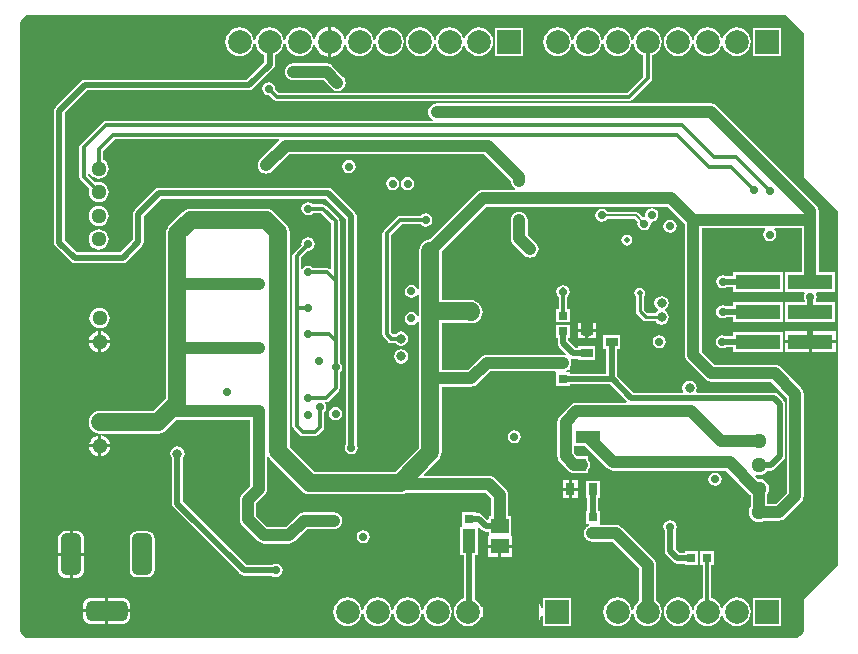
<source format=gbl>
G04 Layer_Physical_Order=4*
G04 Layer_Color=16711680*
%FSLAX24Y24*%
%MOIN*%
G70*
G01*
G75*
%ADD10R,0.0315X0.0295*%
%ADD12R,0.0295X0.0315*%
%ADD13R,0.0433X0.0787*%
%ADD14R,0.0315X0.0315*%
%ADD16R,0.0315X0.0315*%
%ADD17R,0.0787X0.0433*%
%ADD22R,0.1500X0.0500*%
%ADD33C,0.0100*%
%ADD34C,0.0197*%
%ADD35C,0.0394*%
%ADD37C,0.0118*%
%ADD38C,0.0080*%
%ADD39C,0.0512*%
%ADD40R,0.0787X0.0787*%
%ADD41C,0.0787*%
G04:AMPARAMS|DCode=42|XSize=66.9mil|YSize=137.8mil|CornerRadius=16.7mil|HoleSize=0mil|Usage=FLASHONLY|Rotation=180.000|XOffset=0mil|YOffset=0mil|HoleType=Round|Shape=RoundedRectangle|*
%AMROUNDEDRECTD42*
21,1,0.0669,0.1043,0,0,180.0*
21,1,0.0335,0.1378,0,0,180.0*
1,1,0.0335,-0.0167,0.0522*
1,1,0.0335,0.0167,0.0522*
1,1,0.0335,0.0167,-0.0522*
1,1,0.0335,-0.0167,-0.0522*
%
%ADD42ROUNDEDRECTD42*%
G04:AMPARAMS|DCode=43|XSize=66.9mil|YSize=137.8mil|CornerRadius=16.7mil|HoleSize=0mil|Usage=FLASHONLY|Rotation=270.000|XOffset=0mil|YOffset=0mil|HoleType=Round|Shape=RoundedRectangle|*
%AMROUNDEDRECTD43*
21,1,0.0669,0.1043,0,0,270.0*
21,1,0.0335,0.1378,0,0,270.0*
1,1,0.0335,-0.0522,-0.0167*
1,1,0.0335,-0.0522,0.0167*
1,1,0.0335,0.0522,0.0167*
1,1,0.0335,0.0522,-0.0167*
%
%ADD43ROUNDEDRECTD43*%
%ADD44C,0.0315*%
%ADD45C,0.0276*%
%ADD46C,0.0197*%
%ADD47R,0.0591X0.0512*%
%ADD48R,0.0400X0.0300*%
%ADD49R,0.0300X0.0400*%
%ADD50C,0.0591*%
%ADD51R,0.1906X0.1014*%
G36*
X429Y20936D02*
X471Y20936D01*
X25679D01*
X26269Y20346D01*
Y15604D01*
X26279Y15553D01*
X26307Y15511D01*
X27419Y14399D01*
Y2615D01*
X26306Y1503D01*
X26278Y1460D01*
X26268Y1410D01*
Y429D01*
X26240Y362D01*
X26162Y260D01*
X26060Y182D01*
X26027Y168D01*
X577D01*
X569Y168D01*
X520Y170D01*
X494Y171D01*
X445Y175D01*
X445D01*
X407Y179D01*
X375Y187D01*
X350Y195D01*
X350Y195D01*
X315Y202D01*
X234Y256D01*
X180Y337D01*
X162Y429D01*
X163Y436D01*
X164Y445D01*
X164Y452D01*
X163Y456D01*
Y20708D01*
X164Y20708D01*
X164D01*
X164Y20708D01*
X179Y20784D01*
X233Y20865D01*
X314Y20919D01*
X374Y20932D01*
X422Y20936D01*
X429Y20936D01*
D02*
G37*
%LPC*%
G36*
X15436Y20532D02*
X15313Y20515D01*
X15198Y20468D01*
X15099Y20392D01*
X15024Y20293D01*
X14978Y20183D01*
X14966Y20178D01*
X14938D01*
X14926Y20183D01*
X14880Y20293D01*
X14805Y20392D01*
X14706Y20468D01*
X14591Y20515D01*
X14468Y20532D01*
X14344Y20515D01*
X14229Y20468D01*
X14131Y20392D01*
X14055Y20293D01*
X14007Y20178D01*
X14001Y20128D01*
X13950D01*
X13944Y20178D01*
X13896Y20293D01*
X13820Y20392D01*
X13722Y20468D01*
X13607Y20515D01*
X13483Y20532D01*
X13360Y20515D01*
X13245Y20468D01*
X13147Y20392D01*
X13071Y20293D01*
X13023Y20178D01*
X13007Y20055D01*
X13023Y19932D01*
X13071Y19817D01*
X13147Y19718D01*
X13245Y19642D01*
X13360Y19595D01*
X13483Y19579D01*
X13607Y19595D01*
X13722Y19642D01*
X13820Y19718D01*
X13896Y19817D01*
X13944Y19932D01*
X13950Y19982D01*
X14001D01*
X14007Y19932D01*
X14055Y19817D01*
X14131Y19718D01*
X14229Y19642D01*
X14344Y19595D01*
X14468Y19579D01*
X14591Y19595D01*
X14706Y19642D01*
X14805Y19718D01*
X14880Y19817D01*
X14926Y19927D01*
X14938Y19932D01*
X14966D01*
X14978Y19927D01*
X15024Y19817D01*
X15099Y19718D01*
X15198Y19642D01*
X15313Y19595D01*
X15436Y19579D01*
X15560Y19595D01*
X15674Y19642D01*
X15773Y19718D01*
X15849Y19817D01*
X15897Y19932D01*
X15913Y20055D01*
X15897Y20178D01*
X15849Y20293D01*
X15773Y20392D01*
X15674Y20468D01*
X15560Y20515D01*
X15436Y20532D01*
D02*
G37*
G36*
X24036Y20532D02*
X23913Y20515D01*
X23798Y20468D01*
X23699Y20392D01*
X23624Y20293D01*
X23578Y20183D01*
X23565Y20178D01*
X23538D01*
X23526Y20183D01*
X23480Y20293D01*
X23405Y20392D01*
X23306Y20468D01*
X23191Y20515D01*
X23068Y20532D01*
X22944Y20515D01*
X22829Y20468D01*
X22731Y20392D01*
X22655Y20293D01*
X22607Y20178D01*
X22601Y20128D01*
X22550D01*
X22544Y20178D01*
X22496Y20293D01*
X22420Y20392D01*
X22322Y20468D01*
X22207Y20515D01*
X22083Y20532D01*
X21960Y20515D01*
X21845Y20468D01*
X21746Y20392D01*
X21671Y20293D01*
X21623Y20178D01*
X21607Y20055D01*
X21623Y19932D01*
X21671Y19817D01*
X21746Y19718D01*
X21845Y19642D01*
X21960Y19595D01*
X22083Y19578D01*
X22207Y19595D01*
X22322Y19642D01*
X22420Y19718D01*
X22496Y19817D01*
X22544Y19932D01*
X22550Y19982D01*
X22601D01*
X22607Y19932D01*
X22655Y19817D01*
X22731Y19718D01*
X22829Y19642D01*
X22944Y19595D01*
X23068Y19578D01*
X23191Y19595D01*
X23306Y19642D01*
X23405Y19718D01*
X23480Y19817D01*
X23526Y19927D01*
X23538Y19932D01*
X23565D01*
X23578Y19927D01*
X23624Y19817D01*
X23699Y19718D01*
X23798Y19642D01*
X23913Y19595D01*
X24036Y19578D01*
X24160Y19595D01*
X24274Y19642D01*
X24373Y19718D01*
X24449Y19817D01*
X24496Y19932D01*
X24513Y20055D01*
X24496Y20178D01*
X24449Y20293D01*
X24373Y20392D01*
X24274Y20468D01*
X24160Y20515D01*
X24036Y20532D01*
D02*
G37*
G36*
X10418Y20547D02*
X10339Y20536D01*
X10219Y20486D01*
X10116Y20407D01*
X10036Y20304D01*
X9987Y20184D01*
X9982Y20150D01*
X9932D01*
X9928Y20178D01*
X9880Y20293D01*
X9805Y20392D01*
X9706Y20468D01*
X9591Y20515D01*
X9468Y20532D01*
X9344Y20515D01*
X9229Y20468D01*
X9131Y20392D01*
X9055Y20293D01*
X9007Y20178D01*
X8996Y20091D01*
X8993Y20068D01*
X8942D01*
X8940Y20091D01*
X8928Y20178D01*
X8880Y20293D01*
X8805Y20392D01*
X8706Y20468D01*
X8591Y20515D01*
X8468Y20532D01*
X8344Y20515D01*
X8229Y20468D01*
X8131Y20392D01*
X8055Y20293D01*
X8007Y20178D01*
X7996Y20091D01*
X7993Y20068D01*
X7943D01*
X7940Y20091D01*
X7928Y20178D01*
X7880Y20293D01*
X7805Y20392D01*
X7706Y20468D01*
X7591Y20515D01*
X7468Y20532D01*
X7344Y20515D01*
X7229Y20468D01*
X7131Y20392D01*
X7055Y20293D01*
X7007Y20178D01*
X6991Y20055D01*
X7007Y19932D01*
X7055Y19817D01*
X7131Y19718D01*
X7229Y19642D01*
X7344Y19595D01*
X7468Y19579D01*
X7591Y19595D01*
X7706Y19642D01*
X7805Y19718D01*
X7880Y19817D01*
X7928Y19932D01*
X7940Y20020D01*
X7943Y20042D01*
X7993D01*
X7996Y20020D01*
X8007Y19932D01*
X8055Y19817D01*
X8131Y19718D01*
X8229Y19642D01*
X8287Y19619D01*
Y19370D01*
X7711Y18794D01*
X2311D01*
X2242Y18780D01*
X2184Y18741D01*
X1332Y17889D01*
X1293Y17831D01*
X1279Y17761D01*
Y13361D01*
X1293Y13291D01*
X1332Y13233D01*
X1838Y12727D01*
X1897Y12688D01*
X1966Y12674D01*
X3568D01*
X3638Y12688D01*
X3696Y12727D01*
X4223Y13254D01*
X4263Y13313D01*
X4276Y13382D01*
Y14240D01*
X4860Y14823D01*
X10347D01*
X11011Y14159D01*
Y6648D01*
X10988Y6613D01*
X10971Y6529D01*
X10988Y6444D01*
X11036Y6373D01*
X11108Y6325D01*
X11192Y6308D01*
X11277Y6325D01*
X11348Y6373D01*
X11396Y6444D01*
X11413Y6529D01*
X11396Y6613D01*
X11373Y6648D01*
Y14233D01*
X11359Y14303D01*
X11320Y14361D01*
X10549Y15132D01*
X10491Y15171D01*
X10422Y15185D01*
X4785D01*
X4716Y15171D01*
X4657Y15132D01*
X3968Y14442D01*
X3929Y14384D01*
X3915Y14315D01*
Y13457D01*
X3494Y13035D01*
X2041D01*
X1640Y13435D01*
Y17687D01*
X2386Y18432D01*
X7786D01*
X7855Y18446D01*
X7914Y18485D01*
X8595Y19167D01*
X8635Y19226D01*
X8648Y19295D01*
Y19619D01*
X8706Y19642D01*
X8805Y19718D01*
X8880Y19817D01*
X8928Y19932D01*
X8940Y20020D01*
X8942Y20042D01*
X8993D01*
X8996Y20020D01*
X9007Y19932D01*
X9055Y19817D01*
X9131Y19718D01*
X9229Y19642D01*
X9344Y19595D01*
X9468Y19579D01*
X9591Y19595D01*
X9706Y19642D01*
X9805Y19718D01*
X9880Y19817D01*
X9928Y19932D01*
X9932Y19961D01*
X9982D01*
X9987Y19926D01*
X10036Y19806D01*
X10116Y19703D01*
X10219Y19624D01*
X10339Y19574D01*
X10418Y19564D01*
Y20055D01*
Y20547D01*
D02*
G37*
G36*
X21068Y20532D02*
X20944Y20515D01*
X20829Y20468D01*
X20731Y20392D01*
X20655Y20293D01*
X20607Y20178D01*
X20596Y20091D01*
X20593Y20068D01*
X20542D01*
X20540Y20091D01*
X20528Y20178D01*
X20480Y20293D01*
X20405Y20392D01*
X20306Y20468D01*
X20191Y20515D01*
X20068Y20532D01*
X19944Y20515D01*
X19829Y20468D01*
X19731Y20392D01*
X19655Y20293D01*
X19607Y20178D01*
X19596Y20091D01*
X19593Y20068D01*
X19542D01*
X19540Y20091D01*
X19528Y20178D01*
X19480Y20293D01*
X19405Y20392D01*
X19306Y20468D01*
X19191Y20515D01*
X19068Y20532D01*
X18944Y20515D01*
X18829Y20468D01*
X18731Y20392D01*
X18655Y20293D01*
X18607Y20178D01*
X18596Y20091D01*
X18593Y20068D01*
X18542D01*
X18540Y20091D01*
X18528Y20178D01*
X18480Y20293D01*
X18405Y20392D01*
X18306Y20468D01*
X18191Y20515D01*
X18068Y20532D01*
X17944Y20515D01*
X17829Y20468D01*
X17731Y20392D01*
X17655Y20293D01*
X17607Y20178D01*
X17591Y20055D01*
X17607Y19932D01*
X17655Y19817D01*
X17731Y19718D01*
X17829Y19642D01*
X17944Y19595D01*
X18068Y19578D01*
X18191Y19595D01*
X18306Y19642D01*
X18405Y19718D01*
X18480Y19817D01*
X18528Y19932D01*
X18540Y20019D01*
X18542Y20042D01*
X18593D01*
X18596Y20019D01*
X18607Y19932D01*
X18655Y19817D01*
X18731Y19718D01*
X18829Y19642D01*
X18944Y19595D01*
X19068Y19578D01*
X19191Y19595D01*
X19306Y19642D01*
X19405Y19718D01*
X19480Y19817D01*
X19528Y19932D01*
X19540Y20019D01*
X19542Y20042D01*
X19593D01*
X19596Y20019D01*
X19607Y19932D01*
X19655Y19817D01*
X19731Y19718D01*
X19829Y19642D01*
X19944Y19595D01*
X20068Y19578D01*
X20191Y19595D01*
X20306Y19642D01*
X20405Y19718D01*
X20480Y19817D01*
X20528Y19932D01*
X20540Y20019D01*
X20542Y20042D01*
X20593D01*
X20596Y20019D01*
X20607Y19932D01*
X20655Y19817D01*
X20731Y19718D01*
X20829Y19642D01*
X20927Y19602D01*
Y18896D01*
X20380Y18348D01*
X8777D01*
X8652Y18473D01*
X8655Y18491D01*
X8639Y18576D01*
X8591Y18647D01*
X8519Y18695D01*
X8435Y18712D01*
X8350Y18695D01*
X8279Y18647D01*
X8231Y18576D01*
X8214Y18491D01*
X8231Y18407D01*
X8279Y18335D01*
X8350Y18287D01*
X8435Y18271D01*
X8453Y18274D01*
X8619Y18108D01*
X8665Y18078D01*
X8719Y18067D01*
X20438D01*
X20492Y18078D01*
X20537Y18108D01*
X21167Y18738D01*
X21198Y18784D01*
X21208Y18837D01*
Y19602D01*
X21306Y19642D01*
X21405Y19718D01*
X21480Y19817D01*
X21528Y19932D01*
X21544Y20055D01*
X21528Y20178D01*
X21480Y20293D01*
X21405Y20392D01*
X21306Y20468D01*
X21191Y20515D01*
X21068Y20532D01*
D02*
G37*
G36*
X16909Y20528D02*
X15964D01*
Y19583D01*
X16909D01*
Y20528D01*
D02*
G37*
G36*
X25509Y20527D02*
X24564D01*
Y19583D01*
X25509D01*
Y20527D01*
D02*
G37*
G36*
X10518Y20547D02*
Y20055D01*
Y19564D01*
X10597Y19574D01*
X10717Y19624D01*
X10820Y19703D01*
X10899Y19806D01*
X10949Y19926D01*
X10953Y19961D01*
X11004D01*
X11007Y19932D01*
X11055Y19817D01*
X11131Y19718D01*
X11229Y19642D01*
X11344Y19595D01*
X11468Y19579D01*
X11591Y19595D01*
X11706Y19642D01*
X11805Y19718D01*
X11880Y19817D01*
X11928Y19932D01*
X11940Y20020D01*
X11942Y20042D01*
X11993D01*
X11996Y20020D01*
X12007Y19932D01*
X12055Y19817D01*
X12131Y19718D01*
X12229Y19642D01*
X12344Y19595D01*
X12468Y19579D01*
X12591Y19595D01*
X12706Y19642D01*
X12805Y19718D01*
X12880Y19817D01*
X12928Y19932D01*
X12944Y20055D01*
X12928Y20178D01*
X12880Y20293D01*
X12805Y20392D01*
X12706Y20468D01*
X12591Y20515D01*
X12468Y20532D01*
X12344Y20515D01*
X12229Y20468D01*
X12131Y20392D01*
X12055Y20293D01*
X12007Y20178D01*
X11996Y20091D01*
X11993Y20068D01*
X11942D01*
X11940Y20091D01*
X11928Y20178D01*
X11880Y20293D01*
X11805Y20392D01*
X11706Y20468D01*
X11591Y20515D01*
X11468Y20532D01*
X11344Y20515D01*
X11229Y20468D01*
X11131Y20392D01*
X11055Y20293D01*
X11007Y20178D01*
X11004Y20150D01*
X10953D01*
X10949Y20184D01*
X10899Y20304D01*
X10820Y20407D01*
X10717Y20486D01*
X10597Y20536D01*
X10518Y20547D01*
D02*
G37*
G36*
X10366Y19337D02*
X9246D01*
X9174Y19328D01*
X9107Y19300D01*
X9049Y19256D01*
X9005Y19198D01*
X8977Y19131D01*
X8968Y19059D01*
X8977Y18987D01*
X9005Y18920D01*
X9049Y18863D01*
X9107Y18818D01*
X9174Y18791D01*
X9246Y18781D01*
X10250D01*
X10531Y18500D01*
X10589Y18456D01*
X10656Y18428D01*
X10728Y18419D01*
X10800Y18428D01*
X10867Y18456D01*
X10925Y18500D01*
X10969Y18558D01*
X10996Y18625D01*
X11006Y18697D01*
X10996Y18769D01*
X10969Y18836D01*
X10925Y18893D01*
X10562Y19256D01*
X10505Y19300D01*
X10437Y19328D01*
X10366Y19337D01*
D02*
G37*
G36*
X11111Y16117D02*
X11027Y16100D01*
X10955Y16052D01*
X10907Y15981D01*
X10890Y15896D01*
X10907Y15812D01*
X10955Y15740D01*
X11027Y15692D01*
X11111Y15675D01*
X11196Y15692D01*
X11267Y15740D01*
X11315Y15812D01*
X11332Y15896D01*
X11315Y15981D01*
X11267Y16052D01*
X11196Y16100D01*
X11111Y16117D01*
D02*
G37*
G36*
X13065Y15549D02*
X12980Y15532D01*
X12909Y15484D01*
X12861Y15413D01*
X12844Y15328D01*
X12861Y15244D01*
X12909Y15172D01*
X12980Y15124D01*
X13065Y15108D01*
X13149Y15124D01*
X13221Y15172D01*
X13269Y15244D01*
X13286Y15328D01*
X13269Y15413D01*
X13221Y15484D01*
X13149Y15532D01*
X13065Y15549D01*
D02*
G37*
G36*
X12571D02*
X12486Y15532D01*
X12415Y15484D01*
X12367Y15413D01*
X12350Y15328D01*
X12367Y15244D01*
X12415Y15172D01*
X12486Y15124D01*
X12571Y15108D01*
X12655Y15124D01*
X12727Y15172D01*
X12775Y15244D01*
X12792Y15328D01*
X12775Y15413D01*
X12727Y15484D01*
X12655Y15532D01*
X12571Y15549D01*
D02*
G37*
G36*
X2768Y14593D02*
X2681Y14582D01*
X2600Y14548D01*
X2530Y14495D01*
X2476Y14425D01*
X2442Y14343D01*
X2431Y14256D01*
X2442Y14169D01*
X2476Y14087D01*
X2530Y14017D01*
X2600Y13964D01*
X2681Y13930D01*
X2768Y13918D01*
X2856Y13930D01*
X2937Y13964D01*
X3007Y14017D01*
X3061Y14087D01*
X3094Y14169D01*
X3106Y14256D01*
X3094Y14343D01*
X3061Y14425D01*
X3007Y14495D01*
X2937Y14548D01*
X2856Y14582D01*
X2768Y14593D01*
D02*
G37*
G36*
X13666Y14333D02*
X13581Y14316D01*
X13510Y14268D01*
X13499Y14252D01*
X12814D01*
X12760Y14242D01*
X12715Y14211D01*
X12269Y13765D01*
X12238Y13720D01*
X12228Y13666D01*
Y10300D01*
X12238Y10246D01*
X12269Y10201D01*
X12408Y10062D01*
X12453Y10031D01*
X12507Y10021D01*
X12665D01*
X12684Y9991D01*
X12763Y9939D01*
X12855Y9920D01*
X12947Y9939D01*
X13025Y9991D01*
X13077Y10069D01*
X13096Y10161D01*
X13077Y10253D01*
X13025Y10331D01*
X12947Y10384D01*
X12855Y10402D01*
X12763Y10384D01*
X12684Y10331D01*
X12665Y10302D01*
X12565D01*
X12509Y10358D01*
Y13608D01*
X12872Y13971D01*
X13499D01*
X13510Y13956D01*
X13581Y13908D01*
X13666Y13891D01*
X13750Y13908D01*
X13822Y13956D01*
X13870Y14027D01*
X13887Y14112D01*
X13870Y14196D01*
X13822Y14268D01*
X13750Y14316D01*
X13666Y14333D01*
D02*
G37*
G36*
X2768Y13806D02*
X2681Y13795D01*
X2600Y13761D01*
X2530Y13707D01*
X2476Y13637D01*
X2442Y13556D01*
X2431Y13469D01*
X2442Y13381D01*
X2476Y13300D01*
X2530Y13230D01*
X2600Y13176D01*
X2681Y13142D01*
X2768Y13131D01*
X2856Y13142D01*
X2937Y13176D01*
X3007Y13230D01*
X3061Y13300D01*
X3094Y13381D01*
X3106Y13469D01*
X3094Y13556D01*
X3061Y13637D01*
X3007Y13707D01*
X2937Y13761D01*
X2856Y13795D01*
X2768Y13806D01*
D02*
G37*
G36*
X9750Y14715D02*
X9665Y14698D01*
X9593Y14650D01*
X9546Y14579D01*
X9529Y14494D01*
X9546Y14410D01*
X9593Y14338D01*
X9665Y14290D01*
X9750Y14273D01*
X9834Y14290D01*
X9906Y14338D01*
X9916Y14354D01*
X10184D01*
X10524Y14013D01*
Y12486D01*
X10518Y12483D01*
X10474Y12471D01*
X10434Y12498D01*
X10381Y12509D01*
X9916D01*
X9906Y12524D01*
X9834Y12572D01*
X9750Y12589D01*
X9665Y12572D01*
X9593Y12524D01*
X9558Y12471D01*
X9508Y12486D01*
Y12873D01*
X9731Y13096D01*
X9750Y13092D01*
X9834Y13109D01*
X9906Y13157D01*
X9954Y13229D01*
X9970Y13313D01*
X9954Y13397D01*
X9906Y13469D01*
X9834Y13517D01*
X9750Y13534D01*
X9665Y13517D01*
X9593Y13469D01*
X9546Y13397D01*
X9529Y13313D01*
X9532Y13295D01*
X9268Y13030D01*
X9238Y12984D01*
X9227Y12931D01*
Y11192D01*
Y7259D01*
X9238Y7205D01*
X9268Y7159D01*
X9471Y6957D01*
X9516Y6926D01*
X9570Y6915D01*
X9976D01*
X10029Y6926D01*
X10075Y6957D01*
X10237Y7119D01*
X10268Y7164D01*
X10278Y7218D01*
Y7700D01*
X10294Y7711D01*
X10342Y7782D01*
X10359Y7867D01*
X10342Y7951D01*
X10306Y8004D01*
X10330Y8054D01*
X10344D01*
X10398Y8065D01*
X10443Y8096D01*
X10764Y8416D01*
X10794Y8462D01*
X10805Y8515D01*
Y9038D01*
X10821Y9049D01*
X10869Y9120D01*
X10885Y9205D01*
X10869Y9289D01*
X10821Y9361D01*
X10805Y9371D01*
Y10098D01*
Y12084D01*
Y14072D01*
X10794Y14125D01*
X10764Y14171D01*
X10341Y14593D01*
X10296Y14624D01*
X10242Y14635D01*
X9916D01*
X9906Y14650D01*
X9834Y14698D01*
X9750Y14715D01*
D02*
G37*
G36*
X25565Y12384D02*
X23907D01*
Y12236D01*
X23691D01*
X23656Y12259D01*
X23572Y12276D01*
X23487Y12259D01*
X23415Y12211D01*
X23368Y12139D01*
X23351Y12055D01*
X23368Y11971D01*
X23415Y11899D01*
X23487Y11851D01*
X23572Y11834D01*
X23656Y11851D01*
X23691Y11874D01*
X23907D01*
Y11726D01*
X25565D01*
Y12384D01*
D02*
G37*
G36*
X23195Y17999D02*
X14031D01*
X13959Y17989D01*
X13892Y17962D01*
X13834Y17917D01*
X13790Y17860D01*
X13762Y17793D01*
X13753Y17721D01*
X13762Y17649D01*
X13790Y17582D01*
X13834Y17524D01*
X13892Y17480D01*
X13928Y17465D01*
X13918Y17415D01*
X3001D01*
X2947Y17405D01*
X2901Y17374D01*
X2172Y16644D01*
X2141Y16599D01*
X2130Y16545D01*
Y15541D01*
X2141Y15487D01*
X2172Y15441D01*
X2454Y15159D01*
X2442Y15131D01*
X2431Y15043D01*
X2442Y14956D01*
X2476Y14875D01*
X2530Y14805D01*
X2600Y14751D01*
X2681Y14717D01*
X2768Y14706D01*
X2856Y14717D01*
X2937Y14751D01*
X3007Y14805D01*
X3061Y14875D01*
X3094Y14956D01*
X3106Y15043D01*
X3094Y15131D01*
X3061Y15212D01*
X3007Y15282D01*
X2937Y15336D01*
X2856Y15369D01*
X2768Y15381D01*
X2681Y15369D01*
X2653Y15358D01*
X2411Y15599D01*
Y15687D01*
X2461Y15697D01*
X2476Y15662D01*
X2530Y15592D01*
X2600Y15538D01*
X2681Y15505D01*
X2768Y15493D01*
X2856Y15505D01*
X2937Y15538D01*
X3007Y15592D01*
X3061Y15662D01*
X3094Y15743D01*
X3106Y15831D01*
X3094Y15918D01*
X3061Y15999D01*
X3007Y16069D01*
X2937Y16123D01*
X2909Y16135D01*
Y16416D01*
X3305Y16813D01*
X8766D01*
X8786Y16763D01*
X8157Y16133D01*
X8113Y16076D01*
X8085Y16009D01*
X8076Y15937D01*
X8085Y15865D01*
X8113Y15798D01*
X8157Y15740D01*
X8215Y15696D01*
X8282Y15668D01*
X8354Y15659D01*
X8425Y15668D01*
X8493Y15696D01*
X8550Y15740D01*
X9118Y16307D01*
X15629D01*
X16510Y15426D01*
Y15409D01*
X16520Y15338D01*
X16547Y15270D01*
X16592Y15213D01*
X16648Y15170D01*
X16648Y15166D01*
X16637Y15120D01*
X15572D01*
X15500Y15110D01*
X15433Y15082D01*
X15375Y15038D01*
X13810Y13473D01*
X13730Y13462D01*
X13639Y13425D01*
X13561Y13365D01*
X13501Y13287D01*
X13464Y13196D01*
X13451Y13098D01*
Y11812D01*
X13401Y11807D01*
X13398Y11820D01*
X13350Y11892D01*
X13279Y11940D01*
X13194Y11957D01*
X13110Y11940D01*
X13038Y11892D01*
X12990Y11820D01*
X12973Y11736D01*
X12990Y11651D01*
X13038Y11580D01*
X13110Y11532D01*
X13194Y11515D01*
X13279Y11532D01*
X13350Y11580D01*
X13398Y11651D01*
X13401Y11665D01*
X13451Y11660D01*
Y11070D01*
Y10911D01*
X13401Y10906D01*
X13398Y10919D01*
X13350Y10991D01*
X13279Y11039D01*
X13194Y11056D01*
X13110Y11039D01*
X13038Y10991D01*
X12990Y10919D01*
X12973Y10835D01*
X12990Y10750D01*
X13038Y10679D01*
X13110Y10631D01*
X13194Y10614D01*
X13279Y10631D01*
X13350Y10679D01*
X13398Y10750D01*
X13401Y10763D01*
X13451Y10758D01*
Y8862D01*
X13454Y8836D01*
X13451Y8811D01*
Y6523D01*
X12658Y5730D01*
X9970D01*
X9136Y6563D01*
Y13706D01*
X9123Y13804D01*
X9086Y13895D01*
X9026Y13973D01*
X8611Y14388D01*
X8533Y14448D01*
X8442Y14485D01*
X8344Y14498D01*
X5849D01*
X5751Y14485D01*
X5660Y14448D01*
X5582Y14388D01*
X5127Y13932D01*
X5067Y13854D01*
X5029Y13763D01*
X5016Y13666D01*
Y8169D01*
X4597Y7749D01*
X2809D01*
X2711Y7736D01*
X2620Y7699D01*
X2542Y7639D01*
X2482Y7561D01*
X2444Y7470D01*
X2432Y7372D01*
X2444Y7274D01*
X2482Y7183D01*
X2542Y7105D01*
X2620Y7045D01*
X2711Y7008D01*
X2809Y6995D01*
X4753D01*
X4850Y7008D01*
X4941Y7045D01*
X5020Y7105D01*
X5376Y7461D01*
X7823D01*
Y5263D01*
X7549Y4988D01*
X7505Y4931D01*
X7477Y4864D01*
X7467Y4792D01*
Y4136D01*
X7477Y4064D01*
X7505Y3997D01*
X7549Y3940D01*
X8076Y3413D01*
X8133Y3368D01*
X8201Y3341D01*
X8272Y3331D01*
X9124D01*
X9196Y3341D01*
X9263Y3368D01*
X9321Y3413D01*
X9726Y3818D01*
X10613D01*
X10685Y3827D01*
X10752Y3855D01*
X10809Y3899D01*
X10854Y3957D01*
X10881Y4024D01*
X10891Y4096D01*
X10881Y4168D01*
X10854Y4235D01*
X10809Y4292D01*
X10752Y4336D01*
X10685Y4364D01*
X10613Y4374D01*
X9611D01*
X9539Y4364D01*
X9472Y4336D01*
X9414Y4292D01*
X9009Y3887D01*
X8388D01*
X8023Y4251D01*
Y4677D01*
X8298Y4951D01*
X8342Y5009D01*
X8370Y5076D01*
X8379Y5148D01*
Y6216D01*
X8429Y6226D01*
X8432Y6218D01*
X8492Y6140D01*
X9547Y5086D01*
X9625Y5026D01*
X9716Y4988D01*
X9813Y4976D01*
X12814D01*
X12912Y4988D01*
X12998Y5024D01*
X15669D01*
X15861Y4832D01*
Y4238D01*
X15765D01*
Y4147D01*
X15715Y4126D01*
X15560Y4282D01*
X15501Y4321D01*
X15432Y4335D01*
X15362D01*
Y4391D01*
X14889D01*
Y3929D01*
X14889Y3918D01*
X14864Y3879D01*
X14830D01*
Y2934D01*
X14945D01*
Y1509D01*
X14845Y1468D01*
X14746Y1392D01*
X14671Y1293D01*
X14623Y1178D01*
X14607Y1055D01*
X14623Y932D01*
X14671Y817D01*
X14746Y718D01*
X14845Y642D01*
X14960Y595D01*
X15083Y578D01*
X15207Y595D01*
X15322Y642D01*
X15420Y718D01*
X15496Y817D01*
X15538Y918D01*
X15560Y922D01*
X15590Y918D01*
X15636Y806D01*
X15716Y703D01*
X15819Y624D01*
X15939Y574D01*
X16018Y564D01*
Y1055D01*
Y1546D01*
X15939Y1536D01*
X15819Y1486D01*
X15716Y1407D01*
X15636Y1304D01*
X15590Y1192D01*
X15560Y1188D01*
X15538Y1192D01*
X15496Y1293D01*
X15420Y1392D01*
X15322Y1468D01*
X15306Y1474D01*
Y2934D01*
X15421D01*
Y3839D01*
X15471Y3860D01*
X15555Y3775D01*
X15614Y3736D01*
X15683Y3722D01*
X15765D01*
Y3590D01*
X15744D01*
Y3284D01*
X16139D01*
X16535D01*
Y3590D01*
X16513D01*
Y4238D01*
X16417D01*
Y4947D01*
X16408Y5019D01*
X16380Y5086D01*
X16336Y5144D01*
X15981Y5499D01*
X15924Y5543D01*
X15857Y5570D01*
X15785Y5580D01*
X13640D01*
X13621Y5626D01*
X14095Y6100D01*
X14155Y6178D01*
X14192Y6269D01*
X14205Y6367D01*
Y8558D01*
X15190D01*
X15262Y8568D01*
X15329Y8596D01*
X15386Y8640D01*
X15818Y9071D01*
X17973D01*
X18012Y9044D01*
Y8591D01*
X18484D01*
Y8637D01*
X19818D01*
X20382Y8073D01*
X20361Y8023D01*
X18694D01*
X18622Y8014D01*
X18555Y7986D01*
X18498Y7942D01*
X18139Y7583D01*
X18095Y7526D01*
X18067Y7459D01*
X18058Y7387D01*
Y6883D01*
Y6238D01*
X18067Y6167D01*
X18095Y6099D01*
X18139Y6042D01*
X18419Y5762D01*
X18476Y5718D01*
X18543Y5690D01*
X18615Y5681D01*
X18639D01*
Y5680D01*
X19096D01*
Y5804D01*
X19108Y5820D01*
X19136Y5887D01*
X19146Y5959D01*
X19136Y6031D01*
X19108Y6098D01*
X19096Y6113D01*
Y6238D01*
X18729D01*
X18614Y6354D01*
Y6587D01*
X18986D01*
X19727Y5846D01*
X19785Y5801D01*
X19852Y5774D01*
X19924Y5764D01*
X23688D01*
X24491Y4962D01*
X24499Y4955D01*
Y4558D01*
X24485Y4540D01*
X24451Y4458D01*
X24439Y4371D01*
X24451Y4283D01*
X24485Y4202D01*
X24538Y4132D01*
X24608Y4078D01*
X24690Y4045D01*
X24777Y4033D01*
X24864Y4045D01*
X24946Y4078D01*
X24964Y4093D01*
X25457D01*
X25529Y4102D01*
X25596Y4130D01*
X25654Y4174D01*
X26190Y4710D01*
X26234Y4768D01*
X26262Y4835D01*
X26271Y4907D01*
Y8313D01*
X26262Y8385D01*
X26234Y8452D01*
X26190Y8510D01*
X25500Y9199D01*
X25443Y9243D01*
X25376Y9271D01*
X25304Y9280D01*
X23310D01*
X22865Y9726D01*
Y13834D01*
X24974D01*
X24989Y13784D01*
X24986Y13781D01*
X24938Y13710D01*
X24921Y13625D01*
X24938Y13541D01*
X24986Y13469D01*
X25057Y13421D01*
X25142Y13404D01*
X25226Y13421D01*
X25298Y13469D01*
X25346Y13541D01*
X25363Y13625D01*
X25346Y13710D01*
X25298Y13781D01*
X25294Y13784D01*
X25309Y13834D01*
X26208D01*
Y12384D01*
X25657D01*
Y11726D01*
X26280D01*
X26307Y11676D01*
X26287Y11646D01*
X26270Y11562D01*
X26287Y11477D01*
X26305Y11449D01*
Y11384D01*
X25657D01*
Y10726D01*
X27315D01*
Y11384D01*
X26666D01*
Y11435D01*
X26695Y11477D01*
X26711Y11562D01*
X26695Y11646D01*
X26674Y11676D01*
X26701Y11726D01*
X27315D01*
Y12384D01*
X26764D01*
Y14430D01*
X26754Y14502D01*
X26727Y14569D01*
X26682Y14627D01*
X23392Y17917D01*
X23334Y17962D01*
X23267Y17989D01*
X23195Y17999D01*
D02*
G37*
G36*
X25565Y11384D02*
X23907D01*
Y11236D01*
X23686D01*
X23651Y11259D01*
X23567Y11276D01*
X23482Y11259D01*
X23411Y11211D01*
X23363Y11139D01*
X23346Y11055D01*
X23363Y10971D01*
X23411Y10899D01*
X23482Y10851D01*
X23567Y10834D01*
X23651Y10851D01*
X23686Y10874D01*
X23907D01*
Y10726D01*
X25565D01*
Y11384D01*
D02*
G37*
G36*
X2799Y11179D02*
X2712Y11167D01*
X2631Y11134D01*
X2561Y11080D01*
X2507Y11010D01*
X2473Y10929D01*
X2462Y10841D01*
X2473Y10754D01*
X2507Y10673D01*
X2561Y10603D01*
X2631Y10549D01*
X2712Y10515D01*
X2799Y10504D01*
X2887Y10515D01*
X2968Y10549D01*
X3038Y10603D01*
X3092Y10673D01*
X3126Y10754D01*
X3137Y10841D01*
X3126Y10929D01*
X3092Y11010D01*
X3038Y11080D01*
X2968Y11134D01*
X2887Y11167D01*
X2799Y11179D01*
D02*
G37*
G36*
X25565Y10384D02*
X23907D01*
Y10237D01*
X23680D01*
X23645Y10261D01*
X23560Y10277D01*
X23476Y10261D01*
X23404Y10213D01*
X23356Y10141D01*
X23339Y10057D01*
X23356Y9972D01*
X23404Y9901D01*
X23476Y9853D01*
X23560Y9836D01*
X23645Y9853D01*
X23680Y9876D01*
X23907D01*
Y9726D01*
X25565D01*
Y10384D01*
D02*
G37*
G36*
X27336Y10405D02*
X26536D01*
Y10105D01*
X27336D01*
Y10405D01*
D02*
G37*
G36*
X26436D02*
X25636D01*
Y10105D01*
X26436D01*
Y10405D01*
D02*
G37*
G36*
X2849Y10406D02*
Y10104D01*
X3152D01*
X3146Y10147D01*
X3110Y10234D01*
X3053Y10308D01*
X2979Y10365D01*
X2892Y10401D01*
X2849Y10406D01*
D02*
G37*
G36*
X2749Y10406D02*
X2707Y10401D01*
X2620Y10365D01*
X2546Y10308D01*
X2489Y10234D01*
X2453Y10147D01*
X2447Y10104D01*
X2749D01*
Y10406D01*
D02*
G37*
G36*
X27336Y10005D02*
X26536D01*
Y9705D01*
X27336D01*
Y10005D01*
D02*
G37*
G36*
X26436D02*
X25636D01*
Y9705D01*
X26436D01*
Y10005D01*
D02*
G37*
G36*
X3152Y10004D02*
X2849D01*
Y9702D01*
X2892Y9707D01*
X2979Y9743D01*
X3053Y9800D01*
X3110Y9875D01*
X3146Y9961D01*
X3152Y10004D01*
D02*
G37*
G36*
X2749D02*
X2447D01*
X2453Y9961D01*
X2489Y9875D01*
X2546Y9800D01*
X2620Y9743D01*
X2707Y9707D01*
X2749Y9702D01*
Y10004D01*
D02*
G37*
G36*
X12855Y9811D02*
X12763Y9793D01*
X12684Y9740D01*
X12632Y9662D01*
X12614Y9570D01*
X12632Y9478D01*
X12684Y9400D01*
X12763Y9348D01*
X12855Y9329D01*
X12947Y9348D01*
X13025Y9400D01*
X13077Y9478D01*
X13096Y9570D01*
X13077Y9662D01*
X13025Y9740D01*
X12947Y9793D01*
X12855Y9811D01*
D02*
G37*
G36*
X10665Y7885D02*
X10580Y7868D01*
X10508Y7820D01*
X10461Y7749D01*
X10444Y7664D01*
X10461Y7580D01*
X10508Y7508D01*
X10580Y7460D01*
X10665Y7443D01*
X10749Y7460D01*
X10821Y7508D01*
X10869Y7580D01*
X10885Y7664D01*
X10869Y7749D01*
X10821Y7820D01*
X10749Y7868D01*
X10665Y7885D01*
D02*
G37*
G36*
X16626Y7114D02*
X16542Y7098D01*
X16470Y7050D01*
X16422Y6978D01*
X16405Y6894D01*
X16422Y6809D01*
X16470Y6738D01*
X16542Y6690D01*
X16626Y6673D01*
X16710Y6690D01*
X16782Y6738D01*
X16830Y6809D01*
X16847Y6894D01*
X16830Y6978D01*
X16782Y7050D01*
X16710Y7098D01*
X16626Y7114D01*
D02*
G37*
G36*
X2859Y6937D02*
Y6635D01*
X3161D01*
X3156Y6678D01*
X3120Y6764D01*
X3063Y6838D01*
X2988Y6895D01*
X2902Y6931D01*
X2859Y6937D01*
D02*
G37*
G36*
X2759Y6937D02*
X2716Y6931D01*
X2629Y6895D01*
X2555Y6838D01*
X2498Y6764D01*
X2462Y6678D01*
X2456Y6635D01*
X2759D01*
Y6937D01*
D02*
G37*
G36*
Y6535D02*
X2456D01*
X2462Y6492D01*
X2498Y6405D01*
X2555Y6331D01*
X2629Y6274D01*
X2716Y6238D01*
X2759Y6232D01*
Y6535D01*
D02*
G37*
G36*
X3161D02*
X2859D01*
Y6232D01*
X2902Y6238D01*
X2988Y6274D01*
X3063Y6331D01*
X3120Y6405D01*
X3156Y6492D01*
X3161Y6535D01*
D02*
G37*
G36*
X23317Y5695D02*
X23232Y5678D01*
X23161Y5631D01*
X23113Y5559D01*
X23096Y5474D01*
X23113Y5390D01*
X23161Y5318D01*
X23232Y5270D01*
X23317Y5254D01*
X23401Y5270D01*
X23473Y5318D01*
X23521Y5390D01*
X23538Y5474D01*
X23521Y5559D01*
X23473Y5631D01*
X23401Y5678D01*
X23317Y5695D01*
D02*
G37*
G36*
X18744Y5432D02*
X18544D01*
Y5182D01*
X18744D01*
Y5432D01*
D02*
G37*
G36*
X18444D02*
X18244D01*
Y5182D01*
X18444D01*
Y5432D01*
D02*
G37*
G36*
X18744Y5082D02*
X18544D01*
Y4832D01*
X18744D01*
Y5082D01*
D02*
G37*
G36*
X18444D02*
X18244D01*
Y4832D01*
X18444D01*
Y5082D01*
D02*
G37*
G36*
X11585Y3779D02*
X11500Y3762D01*
X11428Y3714D01*
X11381Y3642D01*
X11364Y3558D01*
X11381Y3473D01*
X11428Y3402D01*
X11500Y3354D01*
X11585Y3337D01*
X11669Y3354D01*
X11741Y3402D01*
X11789Y3473D01*
X11805Y3558D01*
X11789Y3642D01*
X11741Y3714D01*
X11669Y3762D01*
X11585Y3779D01*
D02*
G37*
G36*
X2025Y3764D02*
X1907D01*
Y3022D01*
X2294D01*
Y3494D01*
X2285Y3564D01*
X2258Y3629D01*
X2215Y3685D01*
X2159Y3728D01*
X2094Y3755D01*
X2025Y3764D01*
D02*
G37*
G36*
X1807D02*
X1690D01*
X1620Y3755D01*
X1555Y3728D01*
X1499Y3685D01*
X1456Y3629D01*
X1429Y3564D01*
X1420Y3494D01*
Y3022D01*
X1807D01*
Y3764D01*
D02*
G37*
G36*
X16535Y3184D02*
X16189D01*
Y2878D01*
X16535D01*
Y3184D01*
D02*
G37*
G36*
X16089D02*
X15744D01*
Y2878D01*
X16089D01*
Y3184D01*
D02*
G37*
G36*
X21817Y4114D02*
X21732Y4097D01*
X21660Y4049D01*
X21613Y3977D01*
X21596Y3893D01*
X21613Y3808D01*
X21636Y3774D01*
Y3082D01*
X21650Y3013D01*
X21689Y2954D01*
X21932Y2711D01*
X21991Y2672D01*
X22060Y2658D01*
X22298D01*
Y2602D01*
X22750D01*
Y3075D01*
X22298D01*
Y3019D01*
X22135D01*
X21997Y3157D01*
Y3774D01*
X22021Y3808D01*
X22037Y3893D01*
X22021Y3977D01*
X21973Y4049D01*
X21901Y4097D01*
X21817Y4114D01*
D02*
G37*
G36*
X5393Y6567D02*
X5301Y6549D01*
X5223Y6496D01*
X5171Y6418D01*
X5152Y6326D01*
X5171Y6234D01*
X5213Y6171D01*
Y4663D01*
X5226Y4594D01*
X5266Y4536D01*
X7496Y2305D01*
X7554Y2266D01*
X7624Y2252D01*
X8559D01*
X8593Y2229D01*
X8678Y2212D01*
X8762Y2229D01*
X8834Y2277D01*
X8882Y2349D01*
X8899Y2433D01*
X8882Y2518D01*
X8834Y2589D01*
X8762Y2637D01*
X8678Y2654D01*
X8593Y2637D01*
X8559Y2614D01*
X7698D01*
X5574Y4738D01*
Y6171D01*
X5616Y6234D01*
X5634Y6326D01*
X5616Y6418D01*
X5564Y6496D01*
X5485Y6549D01*
X5393Y6567D01*
D02*
G37*
G36*
X4387Y3745D02*
X4052D01*
X3956Y3726D01*
X3875Y3672D01*
X3820Y3590D01*
X3801Y3494D01*
Y2451D01*
X3820Y2355D01*
X3875Y2273D01*
X3956Y2219D01*
X4052Y2200D01*
X4387D01*
X4483Y2219D01*
X4564Y2273D01*
X4619Y2355D01*
X4638Y2451D01*
Y3494D01*
X4619Y3590D01*
X4564Y3672D01*
X4483Y3726D01*
X4387Y3745D01*
D02*
G37*
G36*
X2294Y2922D02*
X1907D01*
Y2181D01*
X2025D01*
X2094Y2190D01*
X2159Y2217D01*
X2215Y2260D01*
X2258Y2316D01*
X2285Y2381D01*
X2294Y2451D01*
Y2922D01*
D02*
G37*
G36*
X1807D02*
X1420D01*
Y2451D01*
X1429Y2381D01*
X1456Y2316D01*
X1499Y2260D01*
X1555Y2217D01*
X1620Y2190D01*
X1690Y2181D01*
X1807D01*
Y2922D01*
D02*
G37*
G36*
X3560Y1520D02*
X3088D01*
Y1133D01*
X3830D01*
Y1250D01*
X3820Y1320D01*
X3794Y1385D01*
X3751Y1441D01*
X3695Y1484D01*
X3630Y1510D01*
X3560Y1520D01*
D02*
G37*
G36*
X2988D02*
X2517D01*
X2447Y1510D01*
X2382Y1484D01*
X2326Y1441D01*
X2283Y1385D01*
X2256Y1320D01*
X2247Y1250D01*
Y1133D01*
X2988D01*
Y1520D01*
D02*
G37*
G36*
X23282Y3075D02*
X22829D01*
Y2602D01*
X22915D01*
Y1503D01*
X22829Y1468D01*
X22731Y1392D01*
X22655Y1293D01*
X22607Y1178D01*
X22601Y1128D01*
X22550D01*
X22544Y1178D01*
X22496Y1293D01*
X22420Y1392D01*
X22322Y1468D01*
X22207Y1515D01*
X22083Y1532D01*
X21960Y1515D01*
X21845Y1468D01*
X21746Y1392D01*
X21671Y1293D01*
X21623Y1178D01*
X21607Y1055D01*
X21623Y932D01*
X21671Y817D01*
X21746Y718D01*
X21845Y642D01*
X21960Y595D01*
X22083Y578D01*
X22207Y595D01*
X22322Y642D01*
X22420Y718D01*
X22496Y817D01*
X22544Y932D01*
X22550Y982D01*
X22601D01*
X22607Y932D01*
X22655Y817D01*
X22731Y718D01*
X22829Y642D01*
X22944Y595D01*
X23068Y578D01*
X23191Y595D01*
X23306Y642D01*
X23405Y718D01*
X23480Y817D01*
X23526Y927D01*
X23538Y932D01*
X23565D01*
X23578Y927D01*
X23624Y817D01*
X23699Y718D01*
X23798Y642D01*
X23913Y595D01*
X24036Y578D01*
X24160Y595D01*
X24274Y642D01*
X24373Y718D01*
X24449Y817D01*
X24496Y932D01*
X24513Y1055D01*
X24496Y1178D01*
X24449Y1293D01*
X24373Y1392D01*
X24274Y1468D01*
X24160Y1515D01*
X24036Y1532D01*
X23913Y1515D01*
X23798Y1468D01*
X23699Y1392D01*
X23624Y1293D01*
X23578Y1183D01*
X23565Y1178D01*
X23538D01*
X23526Y1183D01*
X23480Y1293D01*
X23405Y1392D01*
X23306Y1468D01*
X23196Y1513D01*
Y2602D01*
X23282D01*
Y3075D01*
D02*
G37*
G36*
X19470Y5411D02*
X19013D01*
Y4853D01*
X19061D01*
Y4429D01*
X19002D01*
Y3976D01*
X19116D01*
X19126Y3926D01*
X19086Y3910D01*
X19070Y3898D01*
X19002D01*
Y3831D01*
X18984Y3808D01*
X18956Y3741D01*
X18947Y3669D01*
X18956Y3597D01*
X18984Y3530D01*
X19002Y3506D01*
Y3445D01*
X19064D01*
X19086Y3428D01*
X19153Y3400D01*
X19225Y3391D01*
X19898D01*
X20790Y2499D01*
Y1437D01*
X20731Y1392D01*
X20655Y1293D01*
X20607Y1178D01*
X20596Y1091D01*
X20593Y1068D01*
X20542D01*
X20540Y1091D01*
X20528Y1178D01*
X20480Y1293D01*
X20405Y1392D01*
X20306Y1468D01*
X20191Y1515D01*
X20068Y1532D01*
X19944Y1515D01*
X19829Y1468D01*
X19731Y1392D01*
X19655Y1293D01*
X19607Y1178D01*
X19591Y1055D01*
X19607Y932D01*
X19655Y817D01*
X19731Y718D01*
X19829Y642D01*
X19944Y595D01*
X20068Y578D01*
X20191Y595D01*
X20306Y642D01*
X20405Y718D01*
X20480Y817D01*
X20528Y932D01*
X20540Y1019D01*
X20542Y1042D01*
X20593D01*
X20596Y1019D01*
X20607Y932D01*
X20655Y817D01*
X20731Y718D01*
X20829Y642D01*
X20944Y595D01*
X21068Y578D01*
X21191Y595D01*
X21306Y642D01*
X21405Y718D01*
X21480Y817D01*
X21528Y932D01*
X21544Y1055D01*
X21528Y1178D01*
X21480Y1293D01*
X21405Y1392D01*
X21346Y1437D01*
Y2614D01*
X21336Y2686D01*
X21308Y2753D01*
X21264Y2811D01*
X20210Y3865D01*
X20152Y3910D01*
X20085Y3937D01*
X20013Y3947D01*
X19512D01*
X19475Y3976D01*
X19475Y3997D01*
Y4429D01*
X19422D01*
Y4853D01*
X19470D01*
Y5411D01*
D02*
G37*
G36*
X14068Y1532D02*
X13944Y1515D01*
X13829Y1468D01*
X13731Y1392D01*
X13655Y1293D01*
X13607Y1178D01*
X13596Y1091D01*
X13593Y1068D01*
X13542D01*
X13540Y1091D01*
X13528Y1178D01*
X13480Y1293D01*
X13405Y1392D01*
X13306Y1468D01*
X13191Y1515D01*
X13068Y1532D01*
X12944Y1515D01*
X12829Y1468D01*
X12731Y1392D01*
X12655Y1293D01*
X12607Y1178D01*
X12596Y1091D01*
X12593Y1068D01*
X12542D01*
X12540Y1091D01*
X12528Y1178D01*
X12480Y1293D01*
X12405Y1392D01*
X12306Y1468D01*
X12191Y1515D01*
X12068Y1532D01*
X11944Y1515D01*
X11829Y1468D01*
X11731Y1392D01*
X11655Y1293D01*
X11607Y1178D01*
X11596Y1091D01*
X11593Y1068D01*
X11542D01*
X11540Y1091D01*
X11528Y1178D01*
X11480Y1293D01*
X11405Y1392D01*
X11306Y1468D01*
X11191Y1515D01*
X11068Y1532D01*
X10944Y1515D01*
X10829Y1468D01*
X10731Y1392D01*
X10655Y1293D01*
X10607Y1178D01*
X10591Y1055D01*
X10607Y932D01*
X10655Y817D01*
X10731Y718D01*
X10829Y642D01*
X10944Y595D01*
X11068Y578D01*
X11191Y595D01*
X11306Y642D01*
X11405Y718D01*
X11480Y817D01*
X11528Y932D01*
X11540Y1019D01*
X11542Y1042D01*
X11593D01*
X11596Y1019D01*
X11607Y932D01*
X11655Y817D01*
X11731Y718D01*
X11829Y642D01*
X11944Y595D01*
X12068Y578D01*
X12191Y595D01*
X12306Y642D01*
X12405Y718D01*
X12480Y817D01*
X12528Y932D01*
X12540Y1019D01*
X12542Y1042D01*
X12593D01*
X12596Y1019D01*
X12607Y932D01*
X12655Y817D01*
X12731Y718D01*
X12829Y642D01*
X12944Y595D01*
X13068Y578D01*
X13191Y595D01*
X13306Y642D01*
X13405Y718D01*
X13480Y817D01*
X13528Y932D01*
X13540Y1019D01*
X13542Y1042D01*
X13593D01*
X13596Y1019D01*
X13607Y932D01*
X13655Y817D01*
X13731Y718D01*
X13829Y642D01*
X13944Y595D01*
X14068Y578D01*
X14191Y595D01*
X14306Y642D01*
X14405Y718D01*
X14480Y817D01*
X14528Y932D01*
X14544Y1055D01*
X14528Y1178D01*
X14480Y1293D01*
X14405Y1392D01*
X14306Y1468D01*
X14191Y1515D01*
X14068Y1532D01*
D02*
G37*
G36*
X3830Y1033D02*
X3088D01*
Y646D01*
X3560D01*
X3630Y655D01*
X3695Y682D01*
X3751Y725D01*
X3794Y781D01*
X3820Y846D01*
X3830Y915D01*
Y1033D01*
D02*
G37*
G36*
X2988D02*
X2247D01*
Y915D01*
X2256Y846D01*
X2283Y781D01*
X2326Y725D01*
X2382Y682D01*
X2447Y655D01*
X2517Y646D01*
X2988D01*
Y1033D01*
D02*
G37*
G36*
X25509Y1527D02*
X24564D01*
Y583D01*
X25509D01*
Y1527D01*
D02*
G37*
G36*
X17086Y1546D02*
Y1055D01*
Y564D01*
X17165Y574D01*
X17285Y624D01*
X17388Y703D01*
X17467Y806D01*
X17517Y926D01*
X17564Y914D01*
Y583D01*
X18509D01*
Y1527D01*
X17564D01*
Y1196D01*
X17517Y1184D01*
X17467Y1304D01*
X17388Y1407D01*
X17285Y1486D01*
X17165Y1536D01*
X17086Y1546D01*
D02*
G37*
G36*
X16118D02*
Y1055D01*
Y564D01*
X16197Y574D01*
X16317Y624D01*
X16420Y703D01*
X16499Y806D01*
X16525Y869D01*
X16579D01*
X16605Y806D01*
X16684Y703D01*
X16787Y624D01*
X16907Y574D01*
X16986Y564D01*
Y1055D01*
Y1546D01*
X16907Y1536D01*
X16787Y1486D01*
X16684Y1407D01*
X16605Y1304D01*
X16579Y1241D01*
X16525D01*
X16499Y1304D01*
X16420Y1407D01*
X16317Y1486D01*
X16197Y1536D01*
X16118Y1546D01*
D02*
G37*
%LPD*%
G36*
X22309Y13997D02*
Y9611D01*
X22319Y9539D01*
X22346Y9472D01*
X22390Y9414D01*
X22999Y8806D01*
X23056Y8762D01*
X23123Y8734D01*
X23195Y8724D01*
X25189D01*
X25715Y8198D01*
Y5022D01*
X25342Y4649D01*
X25055D01*
Y4971D01*
X25069Y4989D01*
X25103Y5071D01*
X25115Y5158D01*
X25103Y5246D01*
X25069Y5327D01*
X25016Y5397D01*
X24946Y5451D01*
X24864Y5484D01*
X24777Y5496D01*
X24747Y5492D01*
X24662Y5577D01*
X24690Y5620D01*
X24777Y5608D01*
X24864Y5620D01*
X24946Y5653D01*
X25016Y5707D01*
X25060Y5765D01*
X25167D01*
X25236Y5779D01*
X25295Y5818D01*
X25594Y6117D01*
X25633Y6176D01*
X25647Y6245D01*
Y7989D01*
X25633Y8058D01*
X25594Y8116D01*
X25401Y8309D01*
X25343Y8348D01*
X25274Y8362D01*
X22700D01*
X22676Y8406D01*
X22688Y8424D01*
X22706Y8516D01*
X22688Y8608D01*
X22636Y8686D01*
X22558Y8738D01*
X22465Y8757D01*
X22373Y8738D01*
X22295Y8686D01*
X22243Y8608D01*
X22225Y8516D01*
X22243Y8424D01*
X22255Y8406D01*
X22231Y8362D01*
X20604D01*
X20047Y8918D01*
Y9820D01*
X20145D01*
Y10278D01*
X19588D01*
Y9820D01*
X19686D01*
Y8998D01*
X18484D01*
Y9044D01*
X18362D01*
X18352Y9094D01*
X18387Y9108D01*
X18406Y9123D01*
X18484D01*
Y9204D01*
X18489Y9210D01*
X18517Y9277D01*
X18526Y9349D01*
X18517Y9421D01*
X18498Y9465D01*
X18502Y9472D01*
X18536Y9505D01*
X18589Y9494D01*
X18761D01*
Y9446D01*
X19319D01*
Y9904D01*
X18761D01*
Y9856D01*
X18664D01*
X18429Y10091D01*
Y10173D01*
X18484D01*
Y10626D01*
X18012D01*
Y10173D01*
X18067D01*
Y10016D01*
X18081Y9947D01*
X18120Y9888D01*
X18349Y9660D01*
X18321Y9617D01*
X18320Y9618D01*
X18248Y9627D01*
X15703D01*
X15631Y9618D01*
X15564Y9590D01*
X15506Y9546D01*
X15075Y9114D01*
X14205D01*
Y10693D01*
X15066D01*
X15092Y10682D01*
X15190Y10670D01*
X15287Y10682D01*
X15378Y10720D01*
X15457Y10780D01*
X15516Y10858D01*
X15554Y10949D01*
X15567Y11047D01*
X15554Y11144D01*
X15516Y11235D01*
X15457Y11314D01*
X15433Y11337D01*
X15355Y11397D01*
X15264Y11435D01*
X15166Y11448D01*
X14205D01*
Y13082D01*
X15687Y14564D01*
X21742D01*
X22309Y13997D01*
D02*
G37*
%LPC*%
G36*
X21208Y14505D02*
X21124Y14488D01*
X21052Y14440D01*
X21004Y14369D01*
X20987Y14284D01*
X20995Y14244D01*
X20960Y14209D01*
X20951Y14211D01*
X20909Y14203D01*
X20753Y14360D01*
X20713Y14386D01*
X20667Y14395D01*
X20667Y14395D01*
X19725D01*
X19702Y14430D01*
X19630Y14478D01*
X19546Y14495D01*
X19461Y14478D01*
X19390Y14430D01*
X19342Y14359D01*
X19325Y14274D01*
X19342Y14190D01*
X19390Y14118D01*
X19461Y14070D01*
X19546Y14053D01*
X19630Y14070D01*
X19702Y14118D01*
X19725Y14153D01*
X20617D01*
X20738Y14032D01*
X20730Y13990D01*
X20747Y13906D01*
X20795Y13834D01*
X20866Y13786D01*
X20951Y13769D01*
X21035Y13786D01*
X21107Y13834D01*
X21155Y13906D01*
X21172Y13990D01*
X21164Y14030D01*
X21199Y14065D01*
X21208Y14063D01*
X21293Y14080D01*
X21364Y14128D01*
X21412Y14200D01*
X21429Y14284D01*
X21412Y14369D01*
X21364Y14440D01*
X21293Y14488D01*
X21208Y14505D01*
D02*
G37*
G36*
X21817Y14130D02*
X21732Y14113D01*
X21660Y14065D01*
X21613Y13994D01*
X21596Y13909D01*
X21613Y13825D01*
X21660Y13753D01*
X21732Y13705D01*
X21817Y13688D01*
X21901Y13705D01*
X21973Y13753D01*
X22021Y13825D01*
X22037Y13909D01*
X22021Y13994D01*
X21973Y14065D01*
X21901Y14113D01*
X21817Y14130D01*
D02*
G37*
G36*
X20372Y13621D02*
X20303Y13607D01*
X20245Y13568D01*
X20206Y13510D01*
X20192Y13441D01*
X20206Y13371D01*
X20245Y13313D01*
X20303Y13274D01*
X20372Y13260D01*
X20442Y13274D01*
X20500Y13313D01*
X20539Y13371D01*
X20553Y13441D01*
X20539Y13510D01*
X20500Y13568D01*
X20442Y13607D01*
X20372Y13621D01*
D02*
G37*
G36*
X16788Y14390D02*
X16716Y14380D01*
X16649Y14353D01*
X16592Y14308D01*
X16547Y14251D01*
X16520Y14184D01*
X16510Y14112D01*
Y13504D01*
X16520Y13432D01*
X16547Y13365D01*
X16592Y13307D01*
X16957Y12942D01*
X17014Y12898D01*
X17081Y12870D01*
X17153Y12861D01*
X17225Y12870D01*
X17292Y12898D01*
X17350Y12942D01*
X17394Y13000D01*
X17422Y13067D01*
X17431Y13139D01*
X17422Y13211D01*
X17394Y13278D01*
X17350Y13335D01*
X17066Y13619D01*
Y14112D01*
X17057Y14184D01*
X17029Y14251D01*
X16985Y14308D01*
X16927Y14353D01*
X16860Y14380D01*
X16788Y14390D01*
D02*
G37*
G36*
X18248Y11941D02*
X18194Y11930D01*
X18193Y11929D01*
X18164Y11923D01*
X18092Y11875D01*
X18044Y11804D01*
X18027Y11719D01*
X18044Y11635D01*
X18092Y11563D01*
X18108Y11553D01*
Y11157D01*
X18012D01*
Y10704D01*
X18484D01*
Y11157D01*
X18389D01*
Y11553D01*
X18404Y11563D01*
X18452Y11635D01*
X18469Y11719D01*
X18452Y11804D01*
X18404Y11875D01*
X18333Y11923D01*
X18304Y11929D01*
X18302Y11930D01*
X18248Y11941D01*
D02*
G37*
G36*
X20803Y11859D02*
X20734Y11846D01*
X20675Y11806D01*
X20636Y11748D01*
X20622Y11679D01*
X20636Y11610D01*
X20671Y11556D01*
Y11070D01*
X20681Y11020D01*
X20710Y10978D01*
X20913Y10775D01*
X20955Y10746D01*
X21006Y10736D01*
X21336D01*
X21362Y10697D01*
X21441Y10645D01*
X21533Y10627D01*
X21625Y10645D01*
X21703Y10697D01*
X21755Y10776D01*
X21774Y10868D01*
X21755Y10960D01*
X21703Y11038D01*
X21648Y11075D01*
Y11133D01*
X21703Y11170D01*
X21755Y11248D01*
X21774Y11340D01*
X21755Y11432D01*
X21703Y11510D01*
X21625Y11563D01*
X21533Y11581D01*
X21441Y11563D01*
X21362Y11510D01*
X21310Y11432D01*
X21292Y11340D01*
X21310Y11248D01*
X21362Y11170D01*
X21418Y11133D01*
Y11075D01*
X21362Y11038D01*
X21336Y10999D01*
X21060D01*
X20934Y11125D01*
Y11556D01*
X20970Y11610D01*
X20983Y11679D01*
X20970Y11748D01*
X20930Y11806D01*
X20872Y11846D01*
X20803Y11859D01*
D02*
G37*
G36*
X19340Y10673D02*
X19090D01*
Y10473D01*
X19340D01*
Y10673D01*
D02*
G37*
G36*
X18990D02*
X18740D01*
Y10473D01*
X18990D01*
Y10673D01*
D02*
G37*
G36*
X19340Y10373D02*
X19090D01*
Y10173D01*
X19340D01*
Y10373D01*
D02*
G37*
G36*
X18990D02*
X18740D01*
Y10173D01*
X18990D01*
Y10373D01*
D02*
G37*
G36*
X21452Y10277D02*
X21367Y10261D01*
X21295Y10213D01*
X21248Y10141D01*
X21231Y10057D01*
X21248Y9972D01*
X21295Y9901D01*
X21367Y9853D01*
X21452Y9836D01*
X21536Y9853D01*
X21608Y9901D01*
X21656Y9972D01*
X21672Y10057D01*
X21656Y10141D01*
X21608Y10213D01*
X21536Y10261D01*
X21452Y10277D01*
D02*
G37*
%LPD*%
D10*
X18248Y10931D02*
D03*
Y10399D02*
D03*
Y9349D02*
D03*
Y8818D02*
D03*
X19238Y3671D02*
D03*
Y4203D02*
D03*
D12*
X22524Y2839D02*
D03*
X23056D02*
D03*
D13*
X15126Y3406D02*
D03*
D14*
Y4154D02*
D03*
D16*
X18336Y6883D02*
D03*
D17*
X19084D02*
D03*
D22*
X26486Y12055D02*
D03*
Y11055D02*
D03*
Y10055D02*
D03*
X24736Y12055D02*
D03*
Y11055D02*
D03*
Y10055D02*
D03*
D33*
X21006Y10868D02*
X21533D01*
X20803Y11070D02*
X21006Y10868D01*
X20803Y11070D02*
Y11679D01*
D34*
X25466Y6245D02*
Y7989D01*
X24777Y5946D02*
X25167D01*
X25466Y6245D01*
X19242Y4203D02*
Y5132D01*
X15126Y4154D02*
X15432D01*
X15683Y3903D01*
X16139D01*
X18248Y10016D02*
Y10399D01*
Y10016D02*
X18589Y9675D01*
X19040D01*
X26486Y10055D02*
Y10487D01*
X26491Y10492D01*
X18248Y8818D02*
X19867D01*
Y10049D01*
X8468Y19295D02*
Y20055D01*
X21817Y3082D02*
Y3893D01*
Y3082D02*
X22060Y2839D01*
X22524D01*
X5393Y4663D02*
Y6326D01*
Y4663D02*
X7624Y2433D01*
X8678D01*
X15126Y1097D02*
Y3406D01*
X15083Y1055D02*
X15126Y1097D01*
X1460Y17761D02*
X2311Y18613D01*
X7786D01*
X8468Y19295D01*
X20529Y8181D02*
X25274D01*
X10422Y15004D02*
X11192Y14233D01*
Y6529D02*
Y14233D01*
X1460Y13361D02*
Y17761D01*
Y13361D02*
X1966Y12855D01*
X3568D02*
X4096Y13382D01*
X1966Y12855D02*
X3568D01*
X4096Y13382D02*
Y14315D01*
X4785Y15004D01*
X10422D01*
X23572Y12055D02*
X24736D01*
X23567Y11055D02*
X24731D01*
X26486D02*
Y11557D01*
X23560Y10057D02*
X24734D01*
X25274Y8181D02*
X25466Y7989D01*
X19867Y8843D02*
X20529Y8181D01*
D35*
X22587Y9611D02*
X23195Y9002D01*
X19084Y6883D02*
X19924Y6042D01*
X23804D01*
X24687Y5158D01*
X24777D01*
X25993Y4907D02*
Y8313D01*
X25304Y9002D02*
X25993Y8313D01*
X23195Y9002D02*
X25304D01*
X24777Y4371D02*
Y5158D01*
X15785Y5302D02*
X16139Y4947D01*
Y3903D02*
Y4947D01*
X19225Y3669D02*
X20013D01*
X21068Y2614D01*
Y1055D02*
Y2614D01*
X5466Y11995D02*
X8101D01*
X5444Y9864D02*
X8101D01*
Y5148D02*
Y7739D01*
X8272Y3609D02*
X9124D01*
X9611Y4096D01*
X10613D01*
X5069Y7739D02*
X8101D01*
X13854Y8836D02*
X15190D01*
X12347Y5302D02*
X15785D01*
X7745Y4136D02*
X8272Y3609D01*
X7745Y4136D02*
Y4792D01*
X8101Y5148D01*
X15190Y8836D02*
X15703Y9349D01*
X18248D01*
X8354Y15937D02*
X9002Y16585D01*
X9246Y19059D02*
X10366D01*
X10728Y18697D01*
X24777Y4371D02*
X25457D01*
X25993Y4907D01*
X22506Y7745D02*
X23518Y6733D01*
X24777D01*
X18336Y6883D02*
Y7387D01*
X18694Y7745D01*
X22506D01*
X18336Y6238D02*
Y6883D01*
Y6238D02*
X18615Y5959D01*
X18868D01*
X19059Y10442D02*
Y12976D01*
X19040Y10423D02*
X19059Y10442D01*
X16788Y13504D02*
Y14112D01*
Y13504D02*
X17153Y13139D01*
X14031Y17721D02*
X23195D01*
X22587Y9611D02*
Y14112D01*
X26439D01*
X26486Y12055D02*
Y14430D01*
X23195Y17721D02*
X26486Y14430D01*
X13828Y13098D02*
X15572Y14842D01*
X21857D02*
X22587Y14112D01*
X15572Y14842D02*
X21857D01*
X9002Y16585D02*
X15744D01*
X16788Y15541D01*
Y15409D02*
Y15541D01*
D37*
X18248Y11719D02*
Y11800D01*
Y10931D02*
Y11719D01*
X23056Y1067D02*
Y2839D01*
Y1067D02*
X23068Y1055D01*
X2271Y15541D02*
X2768Y15043D01*
X9750Y8195D02*
X10344D01*
X10665Y8515D01*
Y9205D01*
X9750Y10321D02*
X10441D01*
X10665Y10098D01*
Y9205D02*
Y10098D01*
X9750Y14494D02*
X10242D01*
X10665Y14072D01*
X9750Y12368D02*
X10381D01*
X10665Y12084D01*
Y10098D02*
Y12084D01*
Y14072D01*
X12368Y10300D02*
Y13666D01*
X12814Y14112D01*
X13666D01*
X12368Y10300D02*
X12507Y10161D01*
X2271Y15541D02*
Y16545D01*
X3001Y17275D01*
X8435Y18491D02*
X8719Y18207D01*
X20438D01*
X21068Y18837D01*
Y20055D01*
X2768Y15831D02*
Y16475D01*
X3247Y16953D01*
X22057D01*
X9570Y7056D02*
X9976D01*
X10138Y7218D01*
Y7867D01*
X9367Y7259D02*
X9570Y7056D01*
X9367Y12931D02*
X9750Y13313D01*
X9372Y11187D02*
X9750D01*
X9367Y11192D02*
X9372Y11187D01*
X9367Y7259D02*
Y11192D01*
Y12931D01*
X12507Y10161D02*
X12855D01*
X3001Y17275D02*
X22222D01*
X23276Y16220D01*
X24006D01*
X22057Y16953D02*
X23114Y15896D01*
X23844D01*
X24615Y15126D01*
X24006Y16220D02*
X25142Y15085D01*
X24734Y10057D02*
X24736Y10055D01*
D38*
X23560Y12044D02*
X23572Y12055D01*
X20667Y14274D02*
X20951Y13990D01*
X19546Y14274D02*
X20667D01*
D39*
X2768Y14256D02*
D03*
Y13469D02*
D03*
Y15043D02*
D03*
Y15831D02*
D03*
X2809Y6585D02*
D03*
Y7372D02*
D03*
X2799Y10054D02*
D03*
Y10841D02*
D03*
X24777Y4371D02*
D03*
Y5158D02*
D03*
Y6733D02*
D03*
Y5946D02*
D03*
D40*
X25036Y1055D02*
D03*
X18036D02*
D03*
X25036Y20055D02*
D03*
X16436Y20055D02*
D03*
D41*
X24036Y1055D02*
D03*
X23068D02*
D03*
X22083D02*
D03*
X21068D02*
D03*
X20068D02*
D03*
X13068D02*
D03*
X14068D02*
D03*
X15083D02*
D03*
X16068D02*
D03*
X17036D02*
D03*
X12068D02*
D03*
X11068D02*
D03*
X20068Y20055D02*
D03*
X21068D02*
D03*
X22083D02*
D03*
X23068D02*
D03*
X24036D02*
D03*
X19068D02*
D03*
X18068D02*
D03*
X7468Y20055D02*
D03*
X8468D02*
D03*
X9468D02*
D03*
X10468D02*
D03*
X15436D02*
D03*
X14468D02*
D03*
X13483D02*
D03*
X12468D02*
D03*
X11468D02*
D03*
D42*
X4219Y2972D02*
D03*
X1857D02*
D03*
D43*
X3038Y1083D02*
D03*
D44*
X21533Y11340D02*
D03*
Y10868D02*
D03*
X5393Y6326D02*
D03*
X22465Y8516D02*
D03*
X12855Y9570D02*
D03*
Y10161D02*
D03*
D45*
X23560Y11517D02*
D03*
X18248Y11719D02*
D03*
X19059Y12976D02*
D03*
X16626Y6894D02*
D03*
X6691Y15637D02*
D03*
X8101Y14121D02*
D03*
Y11995D02*
D03*
Y9864D02*
D03*
Y7739D02*
D03*
X9750Y14494D02*
D03*
X9750Y13313D02*
D03*
Y12368D02*
D03*
Y11187D02*
D03*
Y10321D02*
D03*
Y8195D02*
D03*
Y7604D02*
D03*
X9651Y3244D02*
D03*
X10665Y9205D02*
D03*
X8272Y3609D02*
D03*
X10613Y4096D02*
D03*
X12431Y6430D02*
D03*
X26491Y10492D02*
D03*
X15190Y11047D02*
D03*
Y8836D02*
D03*
X11864Y9733D02*
D03*
X21817Y3893D02*
D03*
X8678Y2433D02*
D03*
X11192Y6529D02*
D03*
X10665Y7664D02*
D03*
X11585Y3558D02*
D03*
X11111Y15896D02*
D03*
X8435Y18491D02*
D03*
X13666Y14112D02*
D03*
X8354Y15937D02*
D03*
X10746Y2616D02*
D03*
X13194Y11736D02*
D03*
X13194Y10835D02*
D03*
X12571Y15328D02*
D03*
X14031Y17721D02*
D03*
X23317Y5474D02*
D03*
X9246Y19059D02*
D03*
X10728Y18697D02*
D03*
X11435Y15288D02*
D03*
X10422Y15450D02*
D03*
X13065Y15328D02*
D03*
X10138Y7867D02*
D03*
X7056Y8394D02*
D03*
X23572Y12055D02*
D03*
X23567Y11055D02*
D03*
X26491Y11562D02*
D03*
X26485Y12560D02*
D03*
X10097Y9408D02*
D03*
X17153Y13139D02*
D03*
X16788Y14112D02*
D03*
X20951Y13990D02*
D03*
X21208Y14284D02*
D03*
X19546Y14274D02*
D03*
X24615Y15126D02*
D03*
X25142Y15085D02*
D03*
Y13625D02*
D03*
X16788Y15409D02*
D03*
X21452Y10057D02*
D03*
X23560D02*
D03*
X21817Y13909D02*
D03*
D46*
X20803Y11679D02*
D03*
X20372Y13441D02*
D03*
D47*
X16139Y3903D02*
D03*
Y3234D02*
D03*
D48*
X19040Y9675D02*
D03*
Y10423D02*
D03*
X19867Y10049D02*
D03*
D49*
X19242Y5132D02*
D03*
X18494D02*
D03*
X18868Y5959D02*
D03*
D50*
X2809Y7372D02*
X4753D01*
X15166Y11070D02*
X15190Y11047D01*
X12814Y5353D02*
X13828Y6367D01*
X9813Y5353D02*
X12814D01*
X4753Y7372D02*
X5393Y8013D01*
X13828Y6367D02*
Y8811D01*
X13854Y8836D01*
X5393Y8013D02*
Y13666D01*
X5849Y14121D01*
X8101D01*
X13828Y8862D02*
Y11070D01*
X15166D01*
X8759Y6407D02*
X9813Y5353D01*
X8101Y14121D02*
X8344D01*
X8759Y13706D01*
Y6407D02*
Y13706D01*
X13828Y11070D02*
Y13098D01*
D51*
X16525Y1034D02*
D03*
M02*

</source>
